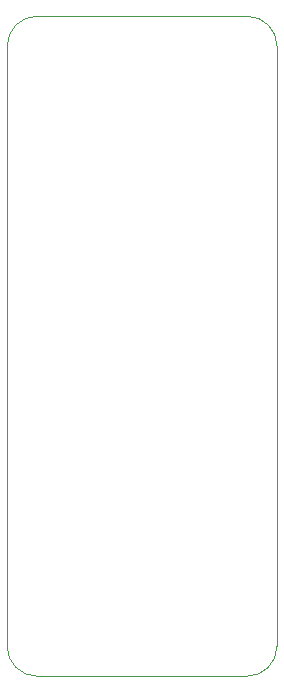
<source format=gbr>
%TF.GenerationSoftware,KiCad,Pcbnew,5.99.0-unknown-fc7f1d1d86~106~ubuntu20.04.1*%
%TF.CreationDate,2021-01-14T14:58:15+11:00*%
%TF.ProjectId,automotive-featherwing,6175746f-6d6f-4746-9976-652d66656174,rev?*%
%TF.SameCoordinates,Original*%
%TF.FileFunction,Profile,NP*%
%FSLAX46Y46*%
G04 Gerber Fmt 4.6, Leading zero omitted, Abs format (unit mm)*
G04 Created by KiCad (PCBNEW 5.99.0-unknown-fc7f1d1d86~106~ubuntu20.04.1) date 2021-01-14 14:58:15*
%MOMM*%
%LPD*%
G01*
G04 APERTURE LIST*
%TA.AperFunction,Profile*%
%ADD10C,0.050000*%
%TD*%
G04 APERTURE END LIST*
D10*
X152400000Y-132080000D02*
G75*
G03*
X154940000Y-129540000I0J2540000D01*
G01*
X152400000Y-132080000D02*
X134620000Y-132080000D01*
X132080000Y-129540000D02*
X132080000Y-78740000D01*
X134620000Y-132080000D02*
G75*
G02*
X132080000Y-129540000I0J2540000D01*
G01*
X154940000Y-78740000D02*
X154940000Y-129540000D01*
X134620000Y-76200000D02*
X152400000Y-76200000D01*
X132080000Y-78740000D02*
G75*
G02*
X134620000Y-76200000I2540000J0D01*
G01*
X152400000Y-76200000D02*
G75*
G02*
X154940000Y-78740000I0J-2540000D01*
G01*
M02*

</source>
